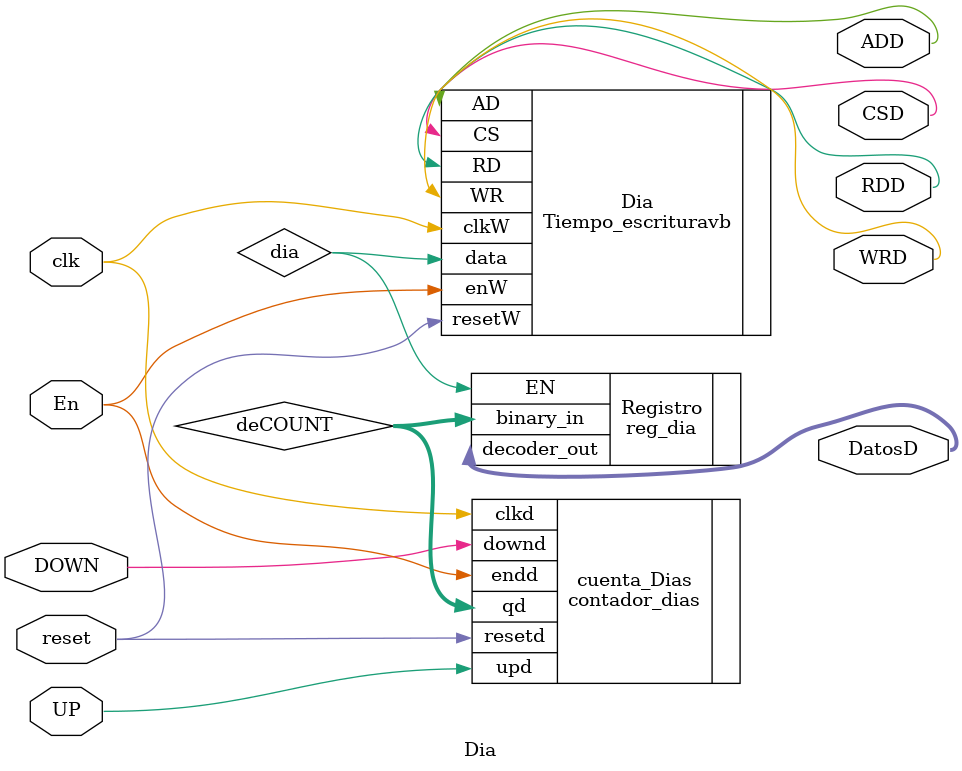
<source format=v>
`timescale 1ns / 1ps
module Dia(
    input En, 
    output [7:0] DatosD, //mux
    input UP, 
    input DOWN, 
    input clk, 
    input reset, 
	 output CSD,
	 output RDD,
	 output WRD,
	 output ADD
    );
	wire [2:0]deCOUNT;
	wire dia;
	
reg_dia Registro (
    .binary_in(deCOUNT), 
    .decoder_out(DatosD),  
    .EN(dia)
    );
/*
contador_dias Contador_Dia(
    .clkd(clk), 
    .resetd(reset), 
    .en(En), 
    .upd(UP), 
    .downd(DOWN), 
    .qd(deCOUNT)
    );
	*/ 
	contador_dias cuenta_Dias(
    .clkd(clk), 
    .resetd(reset), 
    .endd(En), 
    .upd(UP), 
    .downd(DOWN), 
    .qd(deCOUNT)
    );



	 Tiempo_escrituravb Dia (
    .clkW(clk), 
    .enW(En), 
    .resetW(reset), 
    .CS(CSD), 
    .RD(RDD), 
    .WR(WRD), 
    .data(dia), 
    .AD(ADD)
    );







endmodule

</source>
